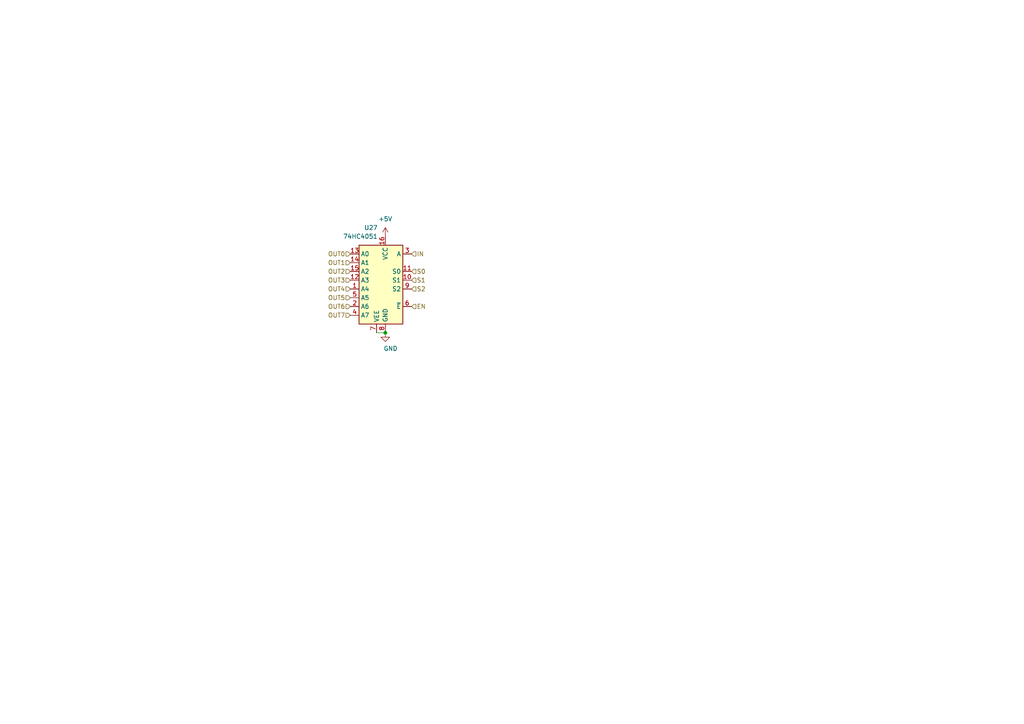
<source format=kicad_sch>
(kicad_sch (version 20231120) (generator "eeschema") (generator_version "8.0")
  (paper "A4")
  (lib_symbols
    (symbol "74xx:74HC4051"
      (property "Reference" "U" (at -5.08 11.43 0))
      (property "Value" "74HC4051" (at -7.62 -13.97 0))
      (symbol "74HC4051_0_1"
        (rectangle (start -5.08 10.16) (end 7.62 -12.7) (stroke (width 0.254)) (fill (type background)))
      )
      (symbol "74HC4051_1_1"
        (pin passive line (at 10.16 -2.54 180) (length 2.54) (name "A4") (number "1"))
        (pin input line (at -7.62 0 0) (length 2.54) (name "S1") (number "10"))
        (pin input line (at -7.62 2.54 0) (length 2.54) (name "S0") (number "11"))
        (pin passive line (at 10.16 0 180) (length 2.54) (name "A3") (number "12"))
        (pin passive line (at 10.16 7.62 180) (length 2.54) (name "A0") (number "13"))
        (pin passive line (at 10.16 5.08 180) (length 2.54) (name "A1") (number "14"))
        (pin passive line (at 10.16 2.54 180) (length 2.54) (name "A2") (number "15"))
        (pin power_in line (at 0 12.7 270) (length 2.54) (name "VCC") (number "16"))
        (pin passive line (at 10.16 -7.62 180) (length 2.54) (name "A6") (number "2"))
        (pin passive line (at -7.62 7.62 0) (length 2.54) (name "A") (number "3"))
        (pin passive line (at 10.16 -10.16 180) (length 2.54) (name "A7") (number "4"))
        (pin passive line (at 10.16 -5.08 180) (length 2.54) (name "A5") (number "5"))
        (pin input line (at -7.62 -7.62 0) (length 2.54) (name "~{E}") (number "6"))
        (pin power_in line (at 2.54 -15.24 90) (length 2.54) (name "VEE") (number "7"))
        (pin power_in line (at 0 -15.24 90) (length 2.54) (name "GND") (number "8"))
        (pin input line (at -7.62 -2.54 0) (length 2.54) (name "S2") (number "9"))
      )
    )
    (symbol "power:+5V" (power) (pin_numbers hide) (pin_names (offset 0) hide)
      (property "Value" "+5V" (at 0 3.556 0))
      (symbol "+5V_0_1"
        (polyline (pts (xy -0.762 1.27) (xy 0 2.54)))
        (polyline (pts (xy 0 0) (xy 0 2.54)))
        (polyline (pts (xy 0 2.54) (xy 0.762 1.27)))
      )
      (symbol "+5V_1_1"
        (pin power_in line (at 0 0 90) (length 0) (name "~") (number "1"))
      )
    )
    (symbol "power:GND" (power) (pin_numbers hide) (pin_names (offset 0) hide)
      (property "Value" "GND" (at 0 -3.81 0))
      (symbol "GND_0_1"
        (polyline (pts (xy 0 0) (xy 0 -1.27) (xy 1.27 -1.27) (xy 0 -2.54) (xy -1.27 -1.27) (xy 0 -1.27)))
      )
      (symbol "GND_1_1"
        (pin power_in line (at 0 0 270) (length 0) (name "~") (number "1"))
      )
    )
  )
  (junction (at 111.76 96.52))
  (wire (pts (xy 109.22 96.52) (xy 111.76 96.52)))
  (hierarchical_label "S2" (shape input) (at 119.38 83.82 0))
  (hierarchical_label "OUT4" (shape input) (at 101.6 83.82 180))
  (hierarchical_label "IN" (shape input) (at 119.38 73.66 0))
  (hierarchical_label "OUT6" (shape input) (at 101.6 88.9 180))
  (hierarchical_label "OUT1" (shape input) (at 101.6 76.2 180))
  (hierarchical_label "OUT5" (shape input) (at 101.6 86.36 180))
  (hierarchical_label "EN" (shape input) (at 119.38 88.9 0))
  (hierarchical_label "OUT7" (shape input) (at 101.6 91.44 180))
  (hierarchical_label "OUT3" (shape input) (at 101.6 81.28 180))
  (hierarchical_label "S1" (shape input) (at 119.38 81.28 0))
  (hierarchical_label "OUT2" (shape input) (at 101.6 78.74 180))
  (hierarchical_label "OUT0" (shape input) (at 101.6 73.66 180))
  (hierarchical_label "S0" (shape input) (at 119.38 78.74 0))
  (symbol (lib_id "power:GND") (at 111.76 96.52 0) (unit 1)
    (property "Reference" "#PWR093" (effects (hide yes)))
    (property "Value" "GND" (at 113.284 101.092 0))
    (property "Description" "Power symbol creates a global label with name \"GND\" , ground" (effects (hide yes)))
    (instances (project "CM5IO" (path "" (reference "#PWR093") (unit 1)) (path "" (reference "#PWR079") (unit 1)) (path "" (reference "#PWR089") (unit 1)) (path "" (reference "#PWR075") (unit 1)) (path "" (reference "#PWR043") (unit 1)) (path "" (reference "#PWR085") (unit 1)) (path "" (reference "#PWR081") (unit 1)) (path "" (reference "#PWR041") (unit 1)) (path "" (reference "#PWR091") (unit 1)) (path "" (reference "#PWR077") (unit 1)) (path "" (reference "#PWR087") (unit 1)) (path "" (reference "#PWR048") (unit 1)) (path "" (reference "#PWR039") (unit 1)) (path "" (reference "#PWR083") (unit 1)) (path "" (reference "#PWR046") (unit 1)) (path "" (reference "#PWR047") (unit 1))))
  )
  (symbol (lib_id "74xx:74HC4051") (at 111.76 81.28 0) (mirror y) (unit 1)
    (property "Reference" "U27" (at 109.5659 66.04 0) (effects (justify left)))
    (property "Value" "74HC4051" (at 109.5659 68.58 0) (effects (justify left)))
    (property "Datasheet" "http://www.ti.com/lit/ds/symlink/cd74hc4051.pdf" (effects (hide yes)))
    (property "Description" "8-channel analog multiplexer/demultiplexer, DIP-16/SOIC-16/TSSOP-16" (effects (hide yes)))
    (instances (project "CM5IO" (path "" (reference "U27") (unit 1)) (path "" (reference "U21") (unit 1)) (path "" (reference "U25") (unit 1)) (path "" (reference "U19") (unit 1)) (path "" (reference "U11") (unit 1)) (path "" (reference "U23") (unit 1)) (path "" (reference "U15") (unit 1)) (path "" (reference "U10") (unit 1)) (path "" (reference "U26") (unit 1)) (path "" (reference "U20") (unit 1)) (path "" (reference "U24") (unit 1)) (path "" (reference "U17") (unit 1)) (path "" (reference "U9") (unit 1)) (path "" (reference "U22") (unit 1)) (path "" (reference "U13") (unit 1)) (path "" (reference "U14") (unit 1))))
  )
  (symbol (lib_id "power:+5V") (at 111.76 68.58 0) (unit 1)
    (property "Reference" "#PWR092" (effects (hide yes)))
    (property "Value" "+5V" (at 111.76 63.5 0))
    (property "Description" "Power symbol creates a global label with name \"+5V\"" (effects (hide yes)))
    (instances (project "CM5IO" (path "" (reference "#PWR092") (unit 1)) (path "" (reference "#PWR078") (unit 1)) (path "" (reference "#PWR088") (unit 1)) (path "" (reference "#PWR074") (unit 1)) (path "" (reference "#PWR040") (unit 1)) (path "" (reference "#PWR084") (unit 1)) (path "" (reference "#PWR080") (unit 1)) (path "" (reference "#PWR038") (unit 1)) (path "" (reference "#PWR090") (unit 1)) (path "" (reference "#PWR076") (unit 1)) (path "" (reference "#PWR086") (unit 1)) (path "" (reference "#PWR042") (unit 1)) (path "" (reference "#PWR037") (unit 1)) (path "" (reference "#PWR082") (unit 1)) (path "" (reference "#PWR045") (unit 1)) (path "" (reference "#PWR044") (unit 1))))
  )
)
</source>
